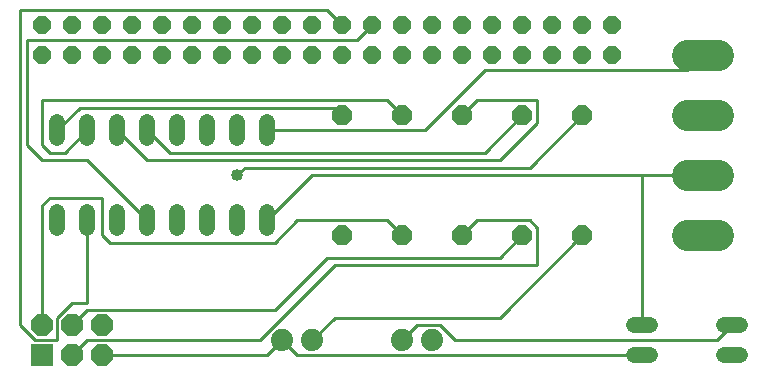
<source format=gbl>
G75*
%MOIN*%
%OFA0B0*%
%FSLAX25Y25*%
%IPPOS*%
%LPD*%
%AMOC8*
5,1,8,0,0,1.08239X$1,22.5*
%
%ADD10C,0.07400*%
%ADD11C,0.05200*%
%ADD12OC8,0.06000*%
%ADD13R,0.07400X0.07400*%
%ADD14OC8,0.07400*%
%ADD15C,0.10236*%
%ADD16OC8,0.06600*%
%ADD17C,0.01000*%
%ADD18C,0.04000*%
D10*
X0121800Y0036800D03*
X0131800Y0036800D03*
X0161800Y0036800D03*
X0171800Y0036800D03*
D11*
X0116800Y0074200D02*
X0116800Y0079400D01*
X0106800Y0079400D02*
X0106800Y0074200D01*
X0096800Y0074200D02*
X0096800Y0079400D01*
X0086800Y0079400D02*
X0086800Y0074200D01*
X0076800Y0074200D02*
X0076800Y0079400D01*
X0066800Y0079400D02*
X0066800Y0074200D01*
X0056800Y0074200D02*
X0056800Y0079400D01*
X0046800Y0079400D02*
X0046800Y0074200D01*
X0046800Y0104200D02*
X0046800Y0109400D01*
X0056800Y0109400D02*
X0056800Y0104200D01*
X0066800Y0104200D02*
X0066800Y0109400D01*
X0076800Y0109400D02*
X0076800Y0104200D01*
X0086800Y0104200D02*
X0086800Y0109400D01*
X0096800Y0109400D02*
X0096800Y0104200D01*
X0106800Y0104200D02*
X0106800Y0109400D01*
X0116800Y0109400D02*
X0116800Y0104200D01*
X0239200Y0041800D02*
X0244400Y0041800D01*
X0244400Y0031800D02*
X0239200Y0031800D01*
X0269200Y0031800D02*
X0274400Y0031800D01*
X0274400Y0041800D02*
X0269200Y0041800D01*
D12*
X0231800Y0131800D03*
X0221800Y0131800D03*
X0211800Y0131800D03*
X0201800Y0131800D03*
X0191800Y0131800D03*
X0181800Y0131800D03*
X0171800Y0131800D03*
X0161800Y0131800D03*
X0151800Y0131800D03*
X0141800Y0131800D03*
X0131800Y0131800D03*
X0121800Y0131800D03*
X0111800Y0131800D03*
X0101800Y0131800D03*
X0091800Y0131800D03*
X0081800Y0131800D03*
X0071800Y0131800D03*
X0061800Y0131800D03*
X0051800Y0131800D03*
X0041800Y0131800D03*
X0041800Y0141800D03*
X0051800Y0141800D03*
X0061800Y0141800D03*
X0071800Y0141800D03*
X0081800Y0141800D03*
X0091800Y0141800D03*
X0101800Y0141800D03*
X0111800Y0141800D03*
X0121800Y0141800D03*
X0131800Y0141800D03*
X0141800Y0141800D03*
X0151800Y0141800D03*
X0161800Y0141800D03*
X0171800Y0141800D03*
X0181800Y0141800D03*
X0191800Y0141800D03*
X0201800Y0141800D03*
X0211800Y0141800D03*
X0221800Y0141800D03*
X0231800Y0141800D03*
D13*
X0041800Y0031800D03*
D14*
X0051800Y0031800D03*
X0061800Y0031800D03*
X0061800Y0041800D03*
X0051800Y0041800D03*
X0041800Y0041800D03*
D15*
X0256682Y0071800D02*
X0266918Y0071800D01*
X0266918Y0091800D02*
X0256682Y0091800D01*
X0256682Y0111800D02*
X0266918Y0111800D01*
X0266918Y0131800D02*
X0256682Y0131800D01*
D16*
X0221800Y0111800D03*
X0201800Y0111800D03*
X0181800Y0111800D03*
X0161800Y0111800D03*
X0141800Y0111800D03*
X0141800Y0071800D03*
X0161800Y0071800D03*
X0181800Y0071800D03*
X0201800Y0071800D03*
X0221800Y0071800D03*
D17*
X0194300Y0044300D01*
X0139300Y0044300D01*
X0131800Y0036800D01*
X0126800Y0031800D02*
X0121800Y0036800D01*
X0116800Y0031800D01*
X0061800Y0031800D01*
X0056800Y0036800D02*
X0051800Y0031800D01*
X0046800Y0036800D02*
X0039300Y0036800D01*
X0034300Y0041800D01*
X0034300Y0146800D01*
X0136800Y0146800D01*
X0141800Y0141800D01*
X0146800Y0136800D02*
X0151800Y0141800D01*
X0146800Y0136800D02*
X0036800Y0136800D01*
X0036800Y0101800D01*
X0041800Y0096800D01*
X0056800Y0096800D01*
X0076800Y0076800D01*
X0064300Y0069300D02*
X0061800Y0071800D01*
X0061800Y0084300D01*
X0044300Y0084300D01*
X0041800Y0081800D01*
X0041800Y0041800D01*
X0046800Y0044300D02*
X0046800Y0036800D01*
X0051800Y0041800D02*
X0056800Y0046800D01*
X0119300Y0046800D01*
X0136800Y0064300D01*
X0194300Y0064300D01*
X0201800Y0071800D01*
X0206800Y0074300D02*
X0206800Y0061800D01*
X0139300Y0061800D01*
X0114300Y0036800D01*
X0056800Y0036800D01*
X0046800Y0044300D02*
X0051800Y0049300D01*
X0056800Y0049300D01*
X0056800Y0076800D01*
X0064300Y0069300D02*
X0119300Y0069300D01*
X0126800Y0076800D01*
X0156800Y0076800D01*
X0161800Y0071800D01*
X0181800Y0071800D02*
X0186800Y0076800D01*
X0204300Y0076800D01*
X0206800Y0074300D01*
X0241800Y0091800D02*
X0241800Y0041800D01*
X0241800Y0031800D02*
X0126800Y0031800D01*
X0161800Y0036800D02*
X0166800Y0041800D01*
X0174300Y0041800D01*
X0179300Y0036800D01*
X0266800Y0036800D01*
X0271800Y0041800D01*
X0261800Y0091800D02*
X0241800Y0091800D01*
X0131800Y0091800D01*
X0116800Y0076800D01*
X0106800Y0091800D02*
X0109300Y0094300D01*
X0204300Y0094300D01*
X0221800Y0111800D01*
X0206800Y0109300D02*
X0206800Y0116800D01*
X0186800Y0116800D01*
X0181800Y0111800D01*
X0169300Y0106800D02*
X0189300Y0126800D01*
X0256800Y0126800D01*
X0261800Y0131800D01*
X0206800Y0109300D02*
X0194300Y0096800D01*
X0076800Y0096800D01*
X0066800Y0106800D01*
X0076800Y0106800D02*
X0084300Y0099300D01*
X0189300Y0099300D01*
X0201800Y0111800D01*
X0169300Y0106800D02*
X0116800Y0106800D01*
X0139300Y0114300D02*
X0141800Y0111800D01*
X0139300Y0114300D02*
X0054300Y0114300D01*
X0046800Y0106800D01*
X0041800Y0101800D02*
X0041800Y0116800D01*
X0156800Y0116800D01*
X0161800Y0111800D01*
X0056800Y0106800D02*
X0049300Y0099300D01*
X0044300Y0099300D01*
X0041800Y0101800D01*
D18*
X0106800Y0091800D03*
M02*

</source>
